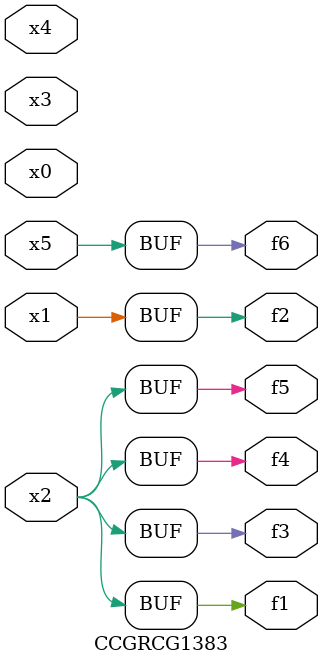
<source format=v>
module CCGRCG1383(
	input x0, x1, x2, x3, x4, x5,
	output f1, f2, f3, f4, f5, f6
);
	assign f1 = x2;
	assign f2 = x1;
	assign f3 = x2;
	assign f4 = x2;
	assign f5 = x2;
	assign f6 = x5;
endmodule

</source>
